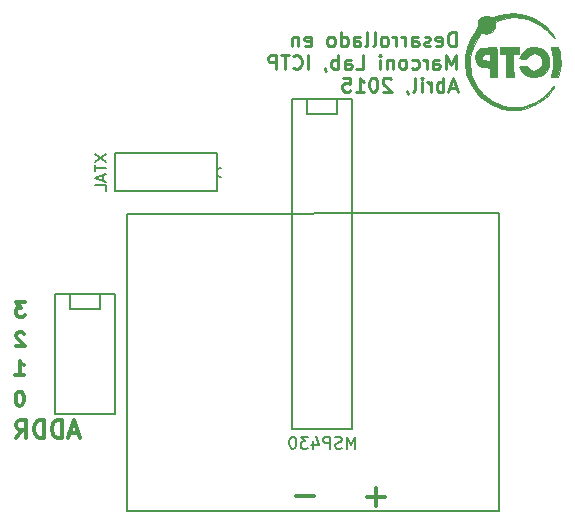
<source format=gbo>
G04 #@! TF.FileFunction,Legend,Bot*
%FSLAX46Y46*%
G04 Gerber Fmt 4.6, Leading zero omitted, Abs format (unit mm)*
G04 Created by KiCad (PCBNEW (after 2015-mar-04 BZR unknown)-product) date 22/04/2015 13:56:25*
%MOMM*%
G01*
G04 APERTURE LIST*
%ADD10C,0.100000*%
%ADD11C,0.250000*%
%ADD12C,0.300000*%
%ADD13C,0.150000*%
G04 APERTURE END LIST*
D10*
D11*
X140366986Y-54416757D02*
X140366986Y-53216757D01*
X140081271Y-53216757D01*
X139909843Y-53273900D01*
X139795557Y-53388186D01*
X139738414Y-53502471D01*
X139681271Y-53731043D01*
X139681271Y-53902471D01*
X139738414Y-54131043D01*
X139795557Y-54245329D01*
X139909843Y-54359614D01*
X140081271Y-54416757D01*
X140366986Y-54416757D01*
X138709843Y-54359614D02*
X138824129Y-54416757D01*
X139052700Y-54416757D01*
X139166986Y-54359614D01*
X139224129Y-54245329D01*
X139224129Y-53788186D01*
X139166986Y-53673900D01*
X139052700Y-53616757D01*
X138824129Y-53616757D01*
X138709843Y-53673900D01*
X138652700Y-53788186D01*
X138652700Y-53902471D01*
X139224129Y-54016757D01*
X138195558Y-54359614D02*
X138081272Y-54416757D01*
X137852700Y-54416757D01*
X137738415Y-54359614D01*
X137681272Y-54245329D01*
X137681272Y-54188186D01*
X137738415Y-54073900D01*
X137852700Y-54016757D01*
X138024129Y-54016757D01*
X138138415Y-53959614D01*
X138195558Y-53845329D01*
X138195558Y-53788186D01*
X138138415Y-53673900D01*
X138024129Y-53616757D01*
X137852700Y-53616757D01*
X137738415Y-53673900D01*
X136652700Y-54416757D02*
X136652700Y-53788186D01*
X136709843Y-53673900D01*
X136824129Y-53616757D01*
X137052700Y-53616757D01*
X137166986Y-53673900D01*
X136652700Y-54359614D02*
X136766986Y-54416757D01*
X137052700Y-54416757D01*
X137166986Y-54359614D01*
X137224129Y-54245329D01*
X137224129Y-54131043D01*
X137166986Y-54016757D01*
X137052700Y-53959614D01*
X136766986Y-53959614D01*
X136652700Y-53902471D01*
X136081272Y-54416757D02*
X136081272Y-53616757D01*
X136081272Y-53845329D02*
X136024129Y-53731043D01*
X135966986Y-53673900D01*
X135852700Y-53616757D01*
X135738415Y-53616757D01*
X135338415Y-54416757D02*
X135338415Y-53616757D01*
X135338415Y-53845329D02*
X135281272Y-53731043D01*
X135224129Y-53673900D01*
X135109843Y-53616757D01*
X134995558Y-53616757D01*
X134424129Y-54416757D02*
X134538415Y-54359614D01*
X134595558Y-54302471D01*
X134652701Y-54188186D01*
X134652701Y-53845329D01*
X134595558Y-53731043D01*
X134538415Y-53673900D01*
X134424129Y-53616757D01*
X134252701Y-53616757D01*
X134138415Y-53673900D01*
X134081272Y-53731043D01*
X134024129Y-53845329D01*
X134024129Y-54188186D01*
X134081272Y-54302471D01*
X134138415Y-54359614D01*
X134252701Y-54416757D01*
X134424129Y-54416757D01*
X133338415Y-54416757D02*
X133452701Y-54359614D01*
X133509844Y-54245329D01*
X133509844Y-53216757D01*
X132709844Y-54416757D02*
X132824130Y-54359614D01*
X132881273Y-54245329D01*
X132881273Y-53216757D01*
X131738416Y-54416757D02*
X131738416Y-53788186D01*
X131795559Y-53673900D01*
X131909845Y-53616757D01*
X132138416Y-53616757D01*
X132252702Y-53673900D01*
X131738416Y-54359614D02*
X131852702Y-54416757D01*
X132138416Y-54416757D01*
X132252702Y-54359614D01*
X132309845Y-54245329D01*
X132309845Y-54131043D01*
X132252702Y-54016757D01*
X132138416Y-53959614D01*
X131852702Y-53959614D01*
X131738416Y-53902471D01*
X130652702Y-54416757D02*
X130652702Y-53216757D01*
X130652702Y-54359614D02*
X130766988Y-54416757D01*
X130995559Y-54416757D01*
X131109845Y-54359614D01*
X131166988Y-54302471D01*
X131224131Y-54188186D01*
X131224131Y-53845329D01*
X131166988Y-53731043D01*
X131109845Y-53673900D01*
X130995559Y-53616757D01*
X130766988Y-53616757D01*
X130652702Y-53673900D01*
X129909845Y-54416757D02*
X130024131Y-54359614D01*
X130081274Y-54302471D01*
X130138417Y-54188186D01*
X130138417Y-53845329D01*
X130081274Y-53731043D01*
X130024131Y-53673900D01*
X129909845Y-53616757D01*
X129738417Y-53616757D01*
X129624131Y-53673900D01*
X129566988Y-53731043D01*
X129509845Y-53845329D01*
X129509845Y-54188186D01*
X129566988Y-54302471D01*
X129624131Y-54359614D01*
X129738417Y-54416757D01*
X129909845Y-54416757D01*
X127624131Y-54359614D02*
X127738417Y-54416757D01*
X127966988Y-54416757D01*
X128081274Y-54359614D01*
X128138417Y-54245329D01*
X128138417Y-53788186D01*
X128081274Y-53673900D01*
X127966988Y-53616757D01*
X127738417Y-53616757D01*
X127624131Y-53673900D01*
X127566988Y-53788186D01*
X127566988Y-53902471D01*
X128138417Y-54016757D01*
X127052703Y-53616757D02*
X127052703Y-54416757D01*
X127052703Y-53731043D02*
X126995560Y-53673900D01*
X126881274Y-53616757D01*
X126709846Y-53616757D01*
X126595560Y-53673900D01*
X126538417Y-53788186D01*
X126538417Y-54416757D01*
X140366986Y-56346757D02*
X140366986Y-55146757D01*
X139966986Y-56003900D01*
X139566986Y-55146757D01*
X139566986Y-56346757D01*
X138481271Y-56346757D02*
X138481271Y-55718186D01*
X138538414Y-55603900D01*
X138652700Y-55546757D01*
X138881271Y-55546757D01*
X138995557Y-55603900D01*
X138481271Y-56289614D02*
X138595557Y-56346757D01*
X138881271Y-56346757D01*
X138995557Y-56289614D01*
X139052700Y-56175329D01*
X139052700Y-56061043D01*
X138995557Y-55946757D01*
X138881271Y-55889614D01*
X138595557Y-55889614D01*
X138481271Y-55832471D01*
X137909843Y-56346757D02*
X137909843Y-55546757D01*
X137909843Y-55775329D02*
X137852700Y-55661043D01*
X137795557Y-55603900D01*
X137681271Y-55546757D01*
X137566986Y-55546757D01*
X136652700Y-56289614D02*
X136766986Y-56346757D01*
X136995557Y-56346757D01*
X137109843Y-56289614D01*
X137166986Y-56232471D01*
X137224129Y-56118186D01*
X137224129Y-55775329D01*
X137166986Y-55661043D01*
X137109843Y-55603900D01*
X136995557Y-55546757D01*
X136766986Y-55546757D01*
X136652700Y-55603900D01*
X135966986Y-56346757D02*
X136081272Y-56289614D01*
X136138415Y-56232471D01*
X136195558Y-56118186D01*
X136195558Y-55775329D01*
X136138415Y-55661043D01*
X136081272Y-55603900D01*
X135966986Y-55546757D01*
X135795558Y-55546757D01*
X135681272Y-55603900D01*
X135624129Y-55661043D01*
X135566986Y-55775329D01*
X135566986Y-56118186D01*
X135624129Y-56232471D01*
X135681272Y-56289614D01*
X135795558Y-56346757D01*
X135966986Y-56346757D01*
X135052701Y-55546757D02*
X135052701Y-56346757D01*
X135052701Y-55661043D02*
X134995558Y-55603900D01*
X134881272Y-55546757D01*
X134709844Y-55546757D01*
X134595558Y-55603900D01*
X134538415Y-55718186D01*
X134538415Y-56346757D01*
X133966987Y-56346757D02*
X133966987Y-55546757D01*
X133966987Y-55146757D02*
X134024130Y-55203900D01*
X133966987Y-55261043D01*
X133909844Y-55203900D01*
X133966987Y-55146757D01*
X133966987Y-55261043D01*
X131909843Y-56346757D02*
X132481272Y-56346757D01*
X132481272Y-55146757D01*
X130995557Y-56346757D02*
X130995557Y-55718186D01*
X131052700Y-55603900D01*
X131166986Y-55546757D01*
X131395557Y-55546757D01*
X131509843Y-55603900D01*
X130995557Y-56289614D02*
X131109843Y-56346757D01*
X131395557Y-56346757D01*
X131509843Y-56289614D01*
X131566986Y-56175329D01*
X131566986Y-56061043D01*
X131509843Y-55946757D01*
X131395557Y-55889614D01*
X131109843Y-55889614D01*
X130995557Y-55832471D01*
X130424129Y-56346757D02*
X130424129Y-55146757D01*
X130424129Y-55603900D02*
X130309843Y-55546757D01*
X130081272Y-55546757D01*
X129966986Y-55603900D01*
X129909843Y-55661043D01*
X129852700Y-55775329D01*
X129852700Y-56118186D01*
X129909843Y-56232471D01*
X129966986Y-56289614D01*
X130081272Y-56346757D01*
X130309843Y-56346757D01*
X130424129Y-56289614D01*
X129281272Y-56289614D02*
X129281272Y-56346757D01*
X129338415Y-56461043D01*
X129395558Y-56518186D01*
X127852700Y-56346757D02*
X127852700Y-55146757D01*
X126595556Y-56232471D02*
X126652699Y-56289614D01*
X126824128Y-56346757D01*
X126938414Y-56346757D01*
X127109842Y-56289614D01*
X127224128Y-56175329D01*
X127281271Y-56061043D01*
X127338414Y-55832471D01*
X127338414Y-55661043D01*
X127281271Y-55432471D01*
X127224128Y-55318186D01*
X127109842Y-55203900D01*
X126938414Y-55146757D01*
X126824128Y-55146757D01*
X126652699Y-55203900D01*
X126595556Y-55261043D01*
X126252699Y-55146757D02*
X125566985Y-55146757D01*
X125909842Y-56346757D02*
X125909842Y-55146757D01*
X125166985Y-56346757D02*
X125166985Y-55146757D01*
X124709842Y-55146757D01*
X124595556Y-55203900D01*
X124538413Y-55261043D01*
X124481270Y-55375329D01*
X124481270Y-55546757D01*
X124538413Y-55661043D01*
X124595556Y-55718186D01*
X124709842Y-55775329D01*
X125166985Y-55775329D01*
X140424129Y-57933900D02*
X139852700Y-57933900D01*
X140538414Y-58276757D02*
X140138414Y-57076757D01*
X139738414Y-58276757D01*
X139338415Y-58276757D02*
X139338415Y-57076757D01*
X139338415Y-57533900D02*
X139224129Y-57476757D01*
X138995558Y-57476757D01*
X138881272Y-57533900D01*
X138824129Y-57591043D01*
X138766986Y-57705329D01*
X138766986Y-58048186D01*
X138824129Y-58162471D01*
X138881272Y-58219614D01*
X138995558Y-58276757D01*
X139224129Y-58276757D01*
X139338415Y-58219614D01*
X138252701Y-58276757D02*
X138252701Y-57476757D01*
X138252701Y-57705329D02*
X138195558Y-57591043D01*
X138138415Y-57533900D01*
X138024129Y-57476757D01*
X137909844Y-57476757D01*
X137509844Y-58276757D02*
X137509844Y-57476757D01*
X137509844Y-57076757D02*
X137566987Y-57133900D01*
X137509844Y-57191043D01*
X137452701Y-57133900D01*
X137509844Y-57076757D01*
X137509844Y-57191043D01*
X136766986Y-58276757D02*
X136881272Y-58219614D01*
X136938415Y-58105329D01*
X136938415Y-57076757D01*
X136252701Y-58219614D02*
X136252701Y-58276757D01*
X136309844Y-58391043D01*
X136366987Y-58448186D01*
X134881272Y-57191043D02*
X134824129Y-57133900D01*
X134709843Y-57076757D01*
X134424129Y-57076757D01*
X134309843Y-57133900D01*
X134252700Y-57191043D01*
X134195557Y-57305329D01*
X134195557Y-57419614D01*
X134252700Y-57591043D01*
X134938414Y-58276757D01*
X134195557Y-58276757D01*
X133452700Y-57076757D02*
X133338415Y-57076757D01*
X133224129Y-57133900D01*
X133166986Y-57191043D01*
X133109843Y-57305329D01*
X133052700Y-57533900D01*
X133052700Y-57819614D01*
X133109843Y-58048186D01*
X133166986Y-58162471D01*
X133224129Y-58219614D01*
X133338415Y-58276757D01*
X133452700Y-58276757D01*
X133566986Y-58219614D01*
X133624129Y-58162471D01*
X133681272Y-58048186D01*
X133738415Y-57819614D01*
X133738415Y-57533900D01*
X133681272Y-57305329D01*
X133624129Y-57191043D01*
X133566986Y-57133900D01*
X133452700Y-57076757D01*
X131909843Y-58276757D02*
X132595558Y-58276757D01*
X132252700Y-58276757D02*
X132252700Y-57076757D01*
X132366986Y-57248186D01*
X132481272Y-57362471D01*
X132595558Y-57419614D01*
X130824129Y-57076757D02*
X131395558Y-57076757D01*
X131452701Y-57648186D01*
X131395558Y-57591043D01*
X131281272Y-57533900D01*
X130995558Y-57533900D01*
X130881272Y-57591043D01*
X130824129Y-57648186D01*
X130766986Y-57762471D01*
X130766986Y-58048186D01*
X130824129Y-58162471D01*
X130881272Y-58219614D01*
X130995558Y-58276757D01*
X131281272Y-58276757D01*
X131395558Y-58219614D01*
X131452701Y-58162471D01*
D12*
X128384205Y-92509957D02*
X126860395Y-92509957D01*
X134391305Y-92586157D02*
X132867495Y-92586157D01*
X133629400Y-93348062D02*
X133629400Y-91824252D01*
X108382700Y-87156100D02*
X107668414Y-87156100D01*
X108525557Y-87584671D02*
X108025557Y-86084671D01*
X107525557Y-87584671D01*
X107025557Y-87584671D02*
X107025557Y-86084671D01*
X106668414Y-86084671D01*
X106454129Y-86156100D01*
X106311271Y-86298957D01*
X106239843Y-86441814D01*
X106168414Y-86727529D01*
X106168414Y-86941814D01*
X106239843Y-87227529D01*
X106311271Y-87370386D01*
X106454129Y-87513243D01*
X106668414Y-87584671D01*
X107025557Y-87584671D01*
X105525557Y-87584671D02*
X105525557Y-86084671D01*
X105168414Y-86084671D01*
X104954129Y-86156100D01*
X104811271Y-86298957D01*
X104739843Y-86441814D01*
X104668414Y-86727529D01*
X104668414Y-86941814D01*
X104739843Y-87227529D01*
X104811271Y-87370386D01*
X104954129Y-87513243D01*
X105168414Y-87584671D01*
X105525557Y-87584671D01*
X103168414Y-87584671D02*
X103668414Y-86870386D01*
X104025557Y-87584671D02*
X104025557Y-86084671D01*
X103454129Y-86084671D01*
X103311271Y-86156100D01*
X103239843Y-86227529D01*
X103168414Y-86370386D01*
X103168414Y-86584671D01*
X103239843Y-86727529D01*
X103311271Y-86798957D01*
X103454129Y-86870386D01*
X104025557Y-86870386D01*
X103879599Y-76101657D02*
X103136742Y-76101657D01*
X103536742Y-76558800D01*
X103365314Y-76558800D01*
X103251028Y-76615943D01*
X103193885Y-76673086D01*
X103136742Y-76787371D01*
X103136742Y-77073086D01*
X103193885Y-77187371D01*
X103251028Y-77244514D01*
X103365314Y-77301657D01*
X103708171Y-77301657D01*
X103822457Y-77244514D01*
X103879599Y-77187371D01*
X103822457Y-78743243D02*
X103765314Y-78686100D01*
X103651028Y-78628957D01*
X103365314Y-78628957D01*
X103251028Y-78686100D01*
X103193885Y-78743243D01*
X103136742Y-78857529D01*
X103136742Y-78971814D01*
X103193885Y-79143243D01*
X103879599Y-79828957D01*
X103136742Y-79828957D01*
X103098642Y-82254657D02*
X103784357Y-82254657D01*
X103441499Y-82254657D02*
X103441499Y-81054657D01*
X103555785Y-81226086D01*
X103670071Y-81340371D01*
X103784357Y-81397514D01*
X103511342Y-83670857D02*
X103397057Y-83670857D01*
X103282771Y-83728000D01*
X103225628Y-83785143D01*
X103168485Y-83899429D01*
X103111342Y-84128000D01*
X103111342Y-84413714D01*
X103168485Y-84642286D01*
X103225628Y-84756571D01*
X103282771Y-84813714D01*
X103397057Y-84870857D01*
X103511342Y-84870857D01*
X103625628Y-84813714D01*
X103682771Y-84756571D01*
X103739914Y-84642286D01*
X103797057Y-84413714D01*
X103797057Y-84128000D01*
X103739914Y-83899429D01*
X103682771Y-83785143D01*
X103625628Y-83728000D01*
X103511342Y-83670857D01*
D13*
X144024600Y-68556800D02*
X144044600Y-93736800D01*
X112534600Y-93736800D02*
X112544600Y-68616800D01*
X112544600Y-68616800D02*
X144034600Y-68546800D01*
X112549900Y-93731600D02*
X144049900Y-93731600D01*
D10*
G36*
X141168233Y-55659262D02*
X141174746Y-56057325D01*
X141205176Y-56423464D01*
X141259881Y-56725505D01*
X141264705Y-56743700D01*
X141456034Y-57280534D01*
X141728214Y-57805201D01*
X142065455Y-58293442D01*
X142451968Y-58720999D01*
X142684903Y-58925563D01*
X143161790Y-59248124D01*
X143694653Y-59505258D01*
X144262829Y-59691317D01*
X144845659Y-59800656D01*
X145422481Y-59827628D01*
X145845437Y-59789360D01*
X146450211Y-59645151D01*
X147030681Y-59410330D01*
X147569475Y-59093881D01*
X148049227Y-58704785D01*
X148165090Y-58589781D01*
X148392776Y-58341771D01*
X148566091Y-58128165D01*
X148680418Y-57956461D01*
X148731143Y-57834154D01*
X148713651Y-57768741D01*
X148676102Y-57759700D01*
X148631732Y-57797753D01*
X148544575Y-57898966D01*
X148431036Y-58043925D01*
X148393288Y-58094385D01*
X148058233Y-58473305D01*
X147646267Y-58819174D01*
X147180538Y-59116589D01*
X146684191Y-59350146D01*
X146329600Y-59467753D01*
X146004867Y-59529740D01*
X145622379Y-59561318D01*
X145217079Y-59562918D01*
X144823909Y-59534969D01*
X144477810Y-59477902D01*
X144348400Y-59443355D01*
X143845770Y-59258050D01*
X143409782Y-59028782D01*
X143008540Y-58736343D01*
X142694666Y-58447535D01*
X142479470Y-58225993D01*
X142319397Y-58040982D01*
X142192490Y-57862839D01*
X142076795Y-57661903D01*
X141997540Y-57505700D01*
X141886064Y-57261278D01*
X141784513Y-57007442D01*
X141708082Y-56783528D01*
X141683526Y-56692900D01*
X141639272Y-56417685D01*
X141614525Y-56080172D01*
X141609306Y-55716253D01*
X141623633Y-55361822D01*
X141657529Y-55052769D01*
X141682529Y-54923452D01*
X141808030Y-54525973D01*
X141995033Y-54109091D01*
X142223747Y-53714348D01*
X142333556Y-53556951D01*
X142454852Y-53398111D01*
X142537430Y-53308209D01*
X142600883Y-53272983D01*
X142664804Y-53278168D01*
X142699902Y-53290251D01*
X142961322Y-53341522D01*
X143207287Y-53302538D01*
X143420806Y-53184636D01*
X143584887Y-52999149D01*
X143682538Y-52757412D01*
X143700953Y-52622496D01*
X143713400Y-52400300D01*
X144121623Y-52237348D01*
X144696621Y-52060516D01*
X145280627Y-51984112D01*
X145869239Y-52007853D01*
X146458053Y-52131455D01*
X147042666Y-52354634D01*
X147206577Y-52435748D01*
X147487396Y-52606918D01*
X147787116Y-52831451D01*
X148076756Y-53084346D01*
X148327333Y-53340603D01*
X148485784Y-53539235D01*
X148588625Y-53663625D01*
X148681929Y-53736744D01*
X148747548Y-53748170D01*
X148768000Y-53701288D01*
X148736197Y-53626944D01*
X148650833Y-53496860D01*
X148526978Y-53330210D01*
X148379700Y-53146172D01*
X148224067Y-52963921D01*
X148075149Y-52802634D01*
X148013686Y-52741371D01*
X147546487Y-52360744D01*
X147023173Y-52057167D01*
X146456636Y-51833123D01*
X145859766Y-51691091D01*
X145245457Y-51633554D01*
X144626599Y-51662992D01*
X144016083Y-51781886D01*
X143648405Y-51901236D01*
X143488780Y-51949929D01*
X143373496Y-51949666D01*
X143303115Y-51925172D01*
X143092028Y-51873244D01*
X142852238Y-51879237D01*
X142634918Y-51940221D01*
X142585861Y-51966264D01*
X142386308Y-52134447D01*
X142272166Y-52349431D01*
X142236306Y-52601825D01*
X142226344Y-52745835D01*
X142192363Y-52868071D01*
X142120685Y-53001033D01*
X141997631Y-53177224D01*
X141989483Y-53188295D01*
X141638696Y-53742678D01*
X141374313Y-54332146D01*
X141288612Y-54595292D01*
X141225524Y-54896070D01*
X141185278Y-55261452D01*
X141168233Y-55659262D01*
X141168233Y-55659262D01*
X141168233Y-55659262D01*
G37*
X141168233Y-55659262D02*
X141174746Y-56057325D01*
X141205176Y-56423464D01*
X141259881Y-56725505D01*
X141264705Y-56743700D01*
X141456034Y-57280534D01*
X141728214Y-57805201D01*
X142065455Y-58293442D01*
X142451968Y-58720999D01*
X142684903Y-58925563D01*
X143161790Y-59248124D01*
X143694653Y-59505258D01*
X144262829Y-59691317D01*
X144845659Y-59800656D01*
X145422481Y-59827628D01*
X145845437Y-59789360D01*
X146450211Y-59645151D01*
X147030681Y-59410330D01*
X147569475Y-59093881D01*
X148049227Y-58704785D01*
X148165090Y-58589781D01*
X148392776Y-58341771D01*
X148566091Y-58128165D01*
X148680418Y-57956461D01*
X148731143Y-57834154D01*
X148713651Y-57768741D01*
X148676102Y-57759700D01*
X148631732Y-57797753D01*
X148544575Y-57898966D01*
X148431036Y-58043925D01*
X148393288Y-58094385D01*
X148058233Y-58473305D01*
X147646267Y-58819174D01*
X147180538Y-59116589D01*
X146684191Y-59350146D01*
X146329600Y-59467753D01*
X146004867Y-59529740D01*
X145622379Y-59561318D01*
X145217079Y-59562918D01*
X144823909Y-59534969D01*
X144477810Y-59477902D01*
X144348400Y-59443355D01*
X143845770Y-59258050D01*
X143409782Y-59028782D01*
X143008540Y-58736343D01*
X142694666Y-58447535D01*
X142479470Y-58225993D01*
X142319397Y-58040982D01*
X142192490Y-57862839D01*
X142076795Y-57661903D01*
X141997540Y-57505700D01*
X141886064Y-57261278D01*
X141784513Y-57007442D01*
X141708082Y-56783528D01*
X141683526Y-56692900D01*
X141639272Y-56417685D01*
X141614525Y-56080172D01*
X141609306Y-55716253D01*
X141623633Y-55361822D01*
X141657529Y-55052769D01*
X141682529Y-54923452D01*
X141808030Y-54525973D01*
X141995033Y-54109091D01*
X142223747Y-53714348D01*
X142333556Y-53556951D01*
X142454852Y-53398111D01*
X142537430Y-53308209D01*
X142600883Y-53272983D01*
X142664804Y-53278168D01*
X142699902Y-53290251D01*
X142961322Y-53341522D01*
X143207287Y-53302538D01*
X143420806Y-53184636D01*
X143584887Y-52999149D01*
X143682538Y-52757412D01*
X143700953Y-52622496D01*
X143713400Y-52400300D01*
X144121623Y-52237348D01*
X144696621Y-52060516D01*
X145280627Y-51984112D01*
X145869239Y-52007853D01*
X146458053Y-52131455D01*
X147042666Y-52354634D01*
X147206577Y-52435748D01*
X147487396Y-52606918D01*
X147787116Y-52831451D01*
X148076756Y-53084346D01*
X148327333Y-53340603D01*
X148485784Y-53539235D01*
X148588625Y-53663625D01*
X148681929Y-53736744D01*
X148747548Y-53748170D01*
X148768000Y-53701288D01*
X148736197Y-53626944D01*
X148650833Y-53496860D01*
X148526978Y-53330210D01*
X148379700Y-53146172D01*
X148224067Y-52963921D01*
X148075149Y-52802634D01*
X148013686Y-52741371D01*
X147546487Y-52360744D01*
X147023173Y-52057167D01*
X146456636Y-51833123D01*
X145859766Y-51691091D01*
X145245457Y-51633554D01*
X144626599Y-51662992D01*
X144016083Y-51781886D01*
X143648405Y-51901236D01*
X143488780Y-51949929D01*
X143373496Y-51949666D01*
X143303115Y-51925172D01*
X143092028Y-51873244D01*
X142852238Y-51879237D01*
X142634918Y-51940221D01*
X142585861Y-51966264D01*
X142386308Y-52134447D01*
X142272166Y-52349431D01*
X142236306Y-52601825D01*
X142226344Y-52745835D01*
X142192363Y-52868071D01*
X142120685Y-53001033D01*
X141997631Y-53177224D01*
X141989483Y-53188295D01*
X141638696Y-53742678D01*
X141374313Y-54332146D01*
X141288612Y-54595292D01*
X141225524Y-54896070D01*
X141185278Y-55261452D01*
X141168233Y-55659262D01*
X141168233Y-55659262D01*
G36*
X145770306Y-55393204D02*
X145832796Y-55450074D01*
X145983721Y-55471569D01*
X146088300Y-55473378D01*
X146265111Y-55469604D01*
X146370703Y-55451246D01*
X146435401Y-55407080D01*
X146489532Y-55325878D01*
X146490276Y-55324571D01*
X146639604Y-55149725D01*
X146829514Y-55052642D01*
X147039705Y-55029748D01*
X147249875Y-55077467D01*
X147439724Y-55192226D01*
X147588950Y-55370450D01*
X147658107Y-55530190D01*
X147691183Y-55781975D01*
X147645797Y-56013758D01*
X147536424Y-56212521D01*
X147377543Y-56365248D01*
X147183629Y-56458921D01*
X146969160Y-56480526D01*
X146748612Y-56417044D01*
X146701143Y-56390628D01*
X146576630Y-56296007D01*
X146488768Y-56196813D01*
X146483455Y-56187618D01*
X146437409Y-56129667D01*
X146360078Y-56097871D01*
X146224756Y-56084979D01*
X146099213Y-56083300D01*
X145919229Y-56090906D01*
X145803503Y-56111548D01*
X145770800Y-56136123D01*
X145803964Y-56255603D01*
X145889608Y-56413424D01*
X146006966Y-56577519D01*
X146135272Y-56715821D01*
X146160181Y-56737368D01*
X146455277Y-56919098D01*
X146790068Y-57022009D01*
X147137761Y-57041248D01*
X147466124Y-56973916D01*
X147767553Y-56816831D01*
X148007460Y-56592681D01*
X148181333Y-56318498D01*
X148284661Y-56011313D01*
X148312934Y-55688158D01*
X148261642Y-55366065D01*
X148126273Y-55062065D01*
X148013369Y-54907602D01*
X147754191Y-54679197D01*
X147445801Y-54528703D01*
X147109148Y-54460551D01*
X146765183Y-54479170D01*
X146456600Y-54578473D01*
X146228826Y-54708553D01*
X146051667Y-54870766D01*
X145890412Y-55097482D01*
X145877924Y-55118100D01*
X145788075Y-55287149D01*
X145770306Y-55393204D01*
X145770306Y-55393204D01*
X145770306Y-55393204D01*
G37*
X145770306Y-55393204D02*
X145832796Y-55450074D01*
X145983721Y-55471569D01*
X146088300Y-55473378D01*
X146265111Y-55469604D01*
X146370703Y-55451246D01*
X146435401Y-55407080D01*
X146489532Y-55325878D01*
X146490276Y-55324571D01*
X146639604Y-55149725D01*
X146829514Y-55052642D01*
X147039705Y-55029748D01*
X147249875Y-55077467D01*
X147439724Y-55192226D01*
X147588950Y-55370450D01*
X147658107Y-55530190D01*
X147691183Y-55781975D01*
X147645797Y-56013758D01*
X147536424Y-56212521D01*
X147377543Y-56365248D01*
X147183629Y-56458921D01*
X146969160Y-56480526D01*
X146748612Y-56417044D01*
X146701143Y-56390628D01*
X146576630Y-56296007D01*
X146488768Y-56196813D01*
X146483455Y-56187618D01*
X146437409Y-56129667D01*
X146360078Y-56097871D01*
X146224756Y-56084979D01*
X146099213Y-56083300D01*
X145919229Y-56090906D01*
X145803503Y-56111548D01*
X145770800Y-56136123D01*
X145803964Y-56255603D01*
X145889608Y-56413424D01*
X146006966Y-56577519D01*
X146135272Y-56715821D01*
X146160181Y-56737368D01*
X146455277Y-56919098D01*
X146790068Y-57022009D01*
X147137761Y-57041248D01*
X147466124Y-56973916D01*
X147767553Y-56816831D01*
X148007460Y-56592681D01*
X148181333Y-56318498D01*
X148284661Y-56011313D01*
X148312934Y-55688158D01*
X148261642Y-55366065D01*
X148126273Y-55062065D01*
X148013369Y-54907602D01*
X147754191Y-54679197D01*
X147445801Y-54528703D01*
X147109148Y-54460551D01*
X146765183Y-54479170D01*
X146456600Y-54578473D01*
X146228826Y-54708553D01*
X146051667Y-54870766D01*
X145890412Y-55097482D01*
X145877924Y-55118100D01*
X145788075Y-55287149D01*
X145770306Y-55393204D01*
X145770306Y-55393204D01*
G36*
X148427587Y-54551514D02*
X148435787Y-54597400D01*
X148535977Y-54953152D01*
X148593829Y-55369042D01*
X148609342Y-55812848D01*
X148582516Y-56252349D01*
X148513351Y-56655324D01*
X148435787Y-56908800D01*
X148428081Y-56956547D01*
X148464326Y-56983407D01*
X148564060Y-56995186D01*
X148734778Y-56997700D01*
X149068025Y-56997700D01*
X149121188Y-56807200D01*
X149209749Y-56359307D01*
X149246196Y-55862631D01*
X149230503Y-55355624D01*
X149162645Y-54876732D01*
X149122604Y-54707997D01*
X149068884Y-54508500D01*
X148735207Y-54508500D01*
X148557175Y-54511346D01*
X148461145Y-54523752D01*
X148427587Y-54551514D01*
X148427587Y-54551514D01*
X148427587Y-54551514D01*
G37*
X148427587Y-54551514D02*
X148435787Y-54597400D01*
X148535977Y-54953152D01*
X148593829Y-55369042D01*
X148609342Y-55812848D01*
X148582516Y-56252349D01*
X148513351Y-56655324D01*
X148435787Y-56908800D01*
X148428081Y-56956547D01*
X148464326Y-56983407D01*
X148564060Y-56995186D01*
X148734778Y-56997700D01*
X149068025Y-56997700D01*
X149121188Y-56807200D01*
X149209749Y-56359307D01*
X149246196Y-55862631D01*
X149230503Y-55355624D01*
X149162645Y-54876732D01*
X149122604Y-54707997D01*
X149068884Y-54508500D01*
X148735207Y-54508500D01*
X148557175Y-54511346D01*
X148461145Y-54523752D01*
X148427587Y-54551514D01*
X148427587Y-54551514D01*
G36*
X144094400Y-55067300D02*
X144348400Y-55067300D01*
X144602400Y-55067300D01*
X144602400Y-56032500D01*
X144602400Y-56997700D01*
X144934620Y-56997700D01*
X145266839Y-56997700D01*
X145262709Y-56096000D01*
X145261486Y-55800443D01*
X145260646Y-55538248D01*
X145260227Y-55327107D01*
X145260265Y-55184713D01*
X145260690Y-55130800D01*
X145310747Y-55086755D01*
X145452095Y-55067871D01*
X145491400Y-55067300D01*
X145720000Y-55067300D01*
X145720000Y-54787900D01*
X145720000Y-54508500D01*
X144907200Y-54508500D01*
X144094400Y-54508500D01*
X144094400Y-54787900D01*
X144094400Y-55067300D01*
X144094400Y-55067300D01*
X144094400Y-55067300D01*
G37*
X144094400Y-55067300D02*
X144348400Y-55067300D01*
X144602400Y-55067300D01*
X144602400Y-56032500D01*
X144602400Y-56997700D01*
X144934620Y-56997700D01*
X145266839Y-56997700D01*
X145262709Y-56096000D01*
X145261486Y-55800443D01*
X145260646Y-55538248D01*
X145260227Y-55327107D01*
X145260265Y-55184713D01*
X145260690Y-55130800D01*
X145310747Y-55086755D01*
X145452095Y-55067871D01*
X145491400Y-55067300D01*
X145720000Y-55067300D01*
X145720000Y-54787900D01*
X145720000Y-54508500D01*
X144907200Y-54508500D01*
X144094400Y-54508500D01*
X144094400Y-54787900D01*
X144094400Y-55067300D01*
X144094400Y-55067300D01*
G36*
X142021134Y-55292054D02*
X142023616Y-55409652D01*
X142067895Y-55683346D01*
X142170827Y-55895354D01*
X142340125Y-56051109D01*
X142583503Y-56156047D01*
X142625510Y-56163740D01*
X142625510Y-55349037D01*
X142667884Y-55212475D01*
X142705274Y-55160200D01*
X142813404Y-55093373D01*
X142990492Y-55067966D01*
X143035474Y-55067300D01*
X143281600Y-55067300D01*
X143281600Y-55342975D01*
X143274839Y-55510281D01*
X143249753Y-55600658D01*
X143199137Y-55638165D01*
X143192700Y-55639862D01*
X143048512Y-55646197D01*
X142870270Y-55619796D01*
X142716583Y-55569584D01*
X142710100Y-55566357D01*
X142639740Y-55480277D01*
X142625510Y-55349037D01*
X142625510Y-56163740D01*
X142908675Y-56215601D01*
X143192700Y-56233295D01*
X143238614Y-56247704D01*
X143265567Y-56301510D01*
X143278312Y-56415205D01*
X143281598Y-56609279D01*
X143281600Y-56616700D01*
X143281600Y-56997700D01*
X143586400Y-56997700D01*
X143891200Y-56997700D01*
X143890641Y-55943600D01*
X143888930Y-55613095D01*
X143884480Y-55305344D01*
X143877789Y-55039198D01*
X143869351Y-54833507D01*
X143859663Y-54707122D01*
X143857798Y-54694090D01*
X143825513Y-54498680D01*
X143185257Y-54516290D01*
X142900581Y-54526779D01*
X142696233Y-54542069D01*
X142550956Y-54565279D01*
X142443492Y-54599529D01*
X142372946Y-54635500D01*
X142178596Y-54797923D01*
X142062685Y-55013763D01*
X142021134Y-55292054D01*
X142021134Y-55292054D01*
X142021134Y-55292054D01*
G37*
X142021134Y-55292054D02*
X142023616Y-55409652D01*
X142067895Y-55683346D01*
X142170827Y-55895354D01*
X142340125Y-56051109D01*
X142583503Y-56156047D01*
X142625510Y-56163740D01*
X142625510Y-55349037D01*
X142667884Y-55212475D01*
X142705274Y-55160200D01*
X142813404Y-55093373D01*
X142990492Y-55067966D01*
X143035474Y-55067300D01*
X143281600Y-55067300D01*
X143281600Y-55342975D01*
X143274839Y-55510281D01*
X143249753Y-55600658D01*
X143199137Y-55638165D01*
X143192700Y-55639862D01*
X143048512Y-55646197D01*
X142870270Y-55619796D01*
X142716583Y-55569584D01*
X142710100Y-55566357D01*
X142639740Y-55480277D01*
X142625510Y-55349037D01*
X142625510Y-56163740D01*
X142908675Y-56215601D01*
X143192700Y-56233295D01*
X143238614Y-56247704D01*
X143265567Y-56301510D01*
X143278312Y-56415205D01*
X143281598Y-56609279D01*
X143281600Y-56616700D01*
X143281600Y-56997700D01*
X143586400Y-56997700D01*
X143891200Y-56997700D01*
X143890641Y-55943600D01*
X143888930Y-55613095D01*
X143884480Y-55305344D01*
X143877789Y-55039198D01*
X143869351Y-54833507D01*
X143859663Y-54707122D01*
X143857798Y-54694090D01*
X143825513Y-54498680D01*
X143185257Y-54516290D01*
X142900581Y-54526779D01*
X142696233Y-54542069D01*
X142550956Y-54565279D01*
X142443492Y-54599529D01*
X142372946Y-54635500D01*
X142178596Y-54797923D01*
X142062685Y-55013763D01*
X142021134Y-55292054D01*
X142021134Y-55292054D01*
D13*
X107696000Y-75361800D02*
X107696000Y-76631800D01*
X107696000Y-76631800D02*
X110236000Y-76631800D01*
X110236000Y-76631800D02*
X110236000Y-75361800D01*
X106426000Y-75361800D02*
X106426000Y-85521800D01*
X106426000Y-85521800D02*
X111506000Y-85521800D01*
X111506000Y-85521800D02*
X111506000Y-75361800D01*
X111506000Y-75361800D02*
X106426000Y-75361800D01*
X120162320Y-66687700D02*
X111561880Y-66687700D01*
X111561880Y-66687700D02*
X111561880Y-63487300D01*
X111561880Y-63487300D02*
X120162320Y-63487300D01*
X120162320Y-64236600D02*
X120162320Y-63487300D01*
X120162320Y-65986660D02*
X120162320Y-66687700D01*
X120162320Y-64787780D02*
X120462040Y-64688720D01*
X120162320Y-65387220D02*
X120462040Y-65486280D01*
X120162320Y-65986660D02*
X120162320Y-64188340D01*
X127762000Y-58851800D02*
X127762000Y-60121800D01*
X127762000Y-60121800D02*
X130302000Y-60121800D01*
X130302000Y-60121800D02*
X130302000Y-58851800D01*
X126492000Y-58851800D02*
X126492000Y-86791800D01*
X126492000Y-86791800D02*
X131572000Y-86791800D01*
X131572000Y-86791800D02*
X131572000Y-58851800D01*
X131572000Y-58851800D02*
X126492000Y-58851800D01*
X109802681Y-63539881D02*
X110802681Y-64206548D01*
X109802681Y-64206548D02*
X110802681Y-63539881D01*
X109802681Y-64444643D02*
X109802681Y-65016072D01*
X110802681Y-64730357D02*
X109802681Y-64730357D01*
X110516967Y-65301786D02*
X110516967Y-65777977D01*
X110802681Y-65206548D02*
X109802681Y-65539881D01*
X110802681Y-65873215D01*
X110802681Y-66682739D02*
X110802681Y-66206548D01*
X109802681Y-66206548D01*
X131821095Y-88488881D02*
X131821095Y-87488881D01*
X131487761Y-88203167D01*
X131154428Y-87488881D01*
X131154428Y-88488881D01*
X130725857Y-88441262D02*
X130583000Y-88488881D01*
X130344904Y-88488881D01*
X130249666Y-88441262D01*
X130202047Y-88393643D01*
X130154428Y-88298405D01*
X130154428Y-88203167D01*
X130202047Y-88107929D01*
X130249666Y-88060310D01*
X130344904Y-88012690D01*
X130535381Y-87965071D01*
X130630619Y-87917452D01*
X130678238Y-87869833D01*
X130725857Y-87774595D01*
X130725857Y-87679357D01*
X130678238Y-87584119D01*
X130630619Y-87536500D01*
X130535381Y-87488881D01*
X130297285Y-87488881D01*
X130154428Y-87536500D01*
X129725857Y-88488881D02*
X129725857Y-87488881D01*
X129344904Y-87488881D01*
X129249666Y-87536500D01*
X129202047Y-87584119D01*
X129154428Y-87679357D01*
X129154428Y-87822214D01*
X129202047Y-87917452D01*
X129249666Y-87965071D01*
X129344904Y-88012690D01*
X129725857Y-88012690D01*
X128297285Y-87822214D02*
X128297285Y-88488881D01*
X128535381Y-87441262D02*
X128773476Y-88155548D01*
X128154428Y-88155548D01*
X127868714Y-87488881D02*
X127249666Y-87488881D01*
X127583000Y-87869833D01*
X127440142Y-87869833D01*
X127344904Y-87917452D01*
X127297285Y-87965071D01*
X127249666Y-88060310D01*
X127249666Y-88298405D01*
X127297285Y-88393643D01*
X127344904Y-88441262D01*
X127440142Y-88488881D01*
X127725857Y-88488881D01*
X127821095Y-88441262D01*
X127868714Y-88393643D01*
X126630619Y-87488881D02*
X126535380Y-87488881D01*
X126440142Y-87536500D01*
X126392523Y-87584119D01*
X126344904Y-87679357D01*
X126297285Y-87869833D01*
X126297285Y-88107929D01*
X126344904Y-88298405D01*
X126392523Y-88393643D01*
X126440142Y-88441262D01*
X126535380Y-88488881D01*
X126630619Y-88488881D01*
X126725857Y-88441262D01*
X126773476Y-88393643D01*
X126821095Y-88298405D01*
X126868714Y-88107929D01*
X126868714Y-87869833D01*
X126821095Y-87679357D01*
X126773476Y-87584119D01*
X126725857Y-87536500D01*
X126630619Y-87488881D01*
M02*

</source>
